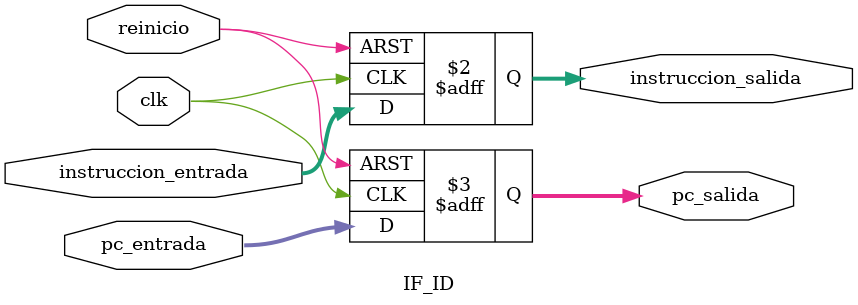
<source format=v>
module IF_ID(
    input wire clk,
    input wire reinicio,
    input wire [31:0] instruccion_entrada,  
    input wire [31:0] pc_entrada,          
    output reg [31:0] instruccion_salida,  
    output reg [31:0] pc_salida            
);
    always @(posedge clk or posedge reinicio) begin
        if (reinicio) begin
            instruccion_salida <= 0;
            pc_salida <= 0;
        end else begin
            instruccion_salida <= instruccion_entrada;
            pc_salida <= pc_entrada;
        end
    end
endmodule


</source>
